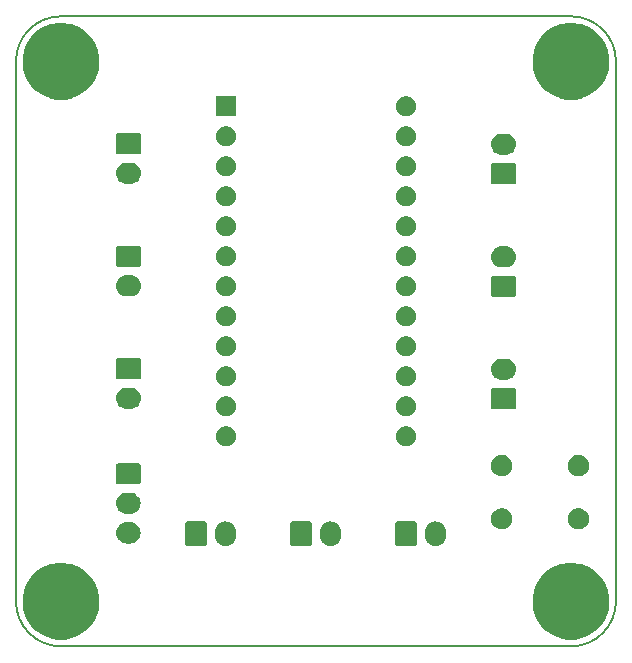
<source format=gbr>
G04 #@! TF.GenerationSoftware,KiCad,Pcbnew,(5.1.5)-3*
G04 #@! TF.CreationDate,2020-06-26T19:45:29+09:00*
G04 #@! TF.ProjectId,sif,7369662e-6b69-4636-9164-5f7063625858,rev?*
G04 #@! TF.SameCoordinates,Original*
G04 #@! TF.FileFunction,Soldermask,Bot*
G04 #@! TF.FilePolarity,Negative*
%FSLAX46Y46*%
G04 Gerber Fmt 4.6, Leading zero omitted, Abs format (unit mm)*
G04 Created by KiCad (PCBNEW (5.1.5)-3) date 2020-06-26 19:45:29*
%MOMM*%
%LPD*%
G04 APERTURE LIST*
%ADD10C,0.150000*%
G04 APERTURE END LIST*
D10*
X12700000Y-16510000D02*
X12700000Y-62230000D01*
X59690000Y-12700000D02*
X16510000Y-12700000D01*
X63500000Y-62230000D02*
X63500000Y-16510000D01*
X16510000Y-66040000D02*
X59690000Y-66040000D01*
X16510000Y-66040000D02*
G75*
G02X12700000Y-62230000I0J3810000D01*
G01*
X63500000Y-62230000D02*
G75*
G02X59690000Y-66040000I-3810000J0D01*
G01*
X59690000Y-12700000D02*
G75*
G02X63500000Y-16510000I0J-3810000D01*
G01*
X12700000Y-16510000D02*
G75*
G02X16510000Y-12700000I3810000J0D01*
G01*
G36*
X60324239Y-59041467D02*
G01*
X60638282Y-59103934D01*
X61229926Y-59349001D01*
X61762392Y-59704784D01*
X62215216Y-60157608D01*
X62570999Y-60690074D01*
X62816066Y-61281718D01*
X62816066Y-61281719D01*
X62941000Y-61909803D01*
X62941000Y-62550197D01*
X62878533Y-62864239D01*
X62816066Y-63178282D01*
X62570999Y-63769926D01*
X62215216Y-64302392D01*
X61762392Y-64755216D01*
X61229926Y-65110999D01*
X60638282Y-65356066D01*
X60324239Y-65418533D01*
X60010197Y-65481000D01*
X59369803Y-65481000D01*
X59055761Y-65418533D01*
X58741718Y-65356066D01*
X58150074Y-65110999D01*
X57617608Y-64755216D01*
X57164784Y-64302392D01*
X56809001Y-63769926D01*
X56563934Y-63178282D01*
X56501467Y-62864239D01*
X56439000Y-62550197D01*
X56439000Y-61909803D01*
X56563934Y-61281719D01*
X56563934Y-61281718D01*
X56809001Y-60690074D01*
X57164784Y-60157608D01*
X57617608Y-59704784D01*
X58150074Y-59349001D01*
X58741718Y-59103934D01*
X59055761Y-59041467D01*
X59369803Y-58979000D01*
X60010197Y-58979000D01*
X60324239Y-59041467D01*
G37*
G36*
X17144239Y-59041467D02*
G01*
X17458282Y-59103934D01*
X18049926Y-59349001D01*
X18582392Y-59704784D01*
X19035216Y-60157608D01*
X19390999Y-60690074D01*
X19636066Y-61281718D01*
X19636066Y-61281719D01*
X19761000Y-61909803D01*
X19761000Y-62550197D01*
X19698533Y-62864239D01*
X19636066Y-63178282D01*
X19390999Y-63769926D01*
X19035216Y-64302392D01*
X18582392Y-64755216D01*
X18049926Y-65110999D01*
X17458282Y-65356066D01*
X17144239Y-65418533D01*
X16830197Y-65481000D01*
X16189803Y-65481000D01*
X15875761Y-65418533D01*
X15561718Y-65356066D01*
X14970074Y-65110999D01*
X14437608Y-64755216D01*
X13984784Y-64302392D01*
X13629001Y-63769926D01*
X13383934Y-63178282D01*
X13321467Y-62864239D01*
X13259000Y-62550197D01*
X13259000Y-61909803D01*
X13383934Y-61281719D01*
X13383934Y-61281718D01*
X13629001Y-60690074D01*
X13984784Y-60157608D01*
X14437608Y-59704784D01*
X14970074Y-59349001D01*
X15561718Y-59103934D01*
X15875761Y-59041467D01*
X16189803Y-58979000D01*
X16830197Y-58979000D01*
X17144239Y-59041467D01*
G37*
G36*
X30616626Y-55477037D02*
G01*
X30786465Y-55528557D01*
X30786467Y-55528558D01*
X30942989Y-55612221D01*
X31080186Y-55724814D01*
X31137633Y-55794815D01*
X31192778Y-55862009D01*
X31276443Y-56018534D01*
X31327963Y-56188373D01*
X31341000Y-56320742D01*
X31341000Y-56709257D01*
X31327963Y-56841626D01*
X31276443Y-57011466D01*
X31192778Y-57167991D01*
X31176539Y-57187778D01*
X31080186Y-57305186D01*
X30985250Y-57383097D01*
X30942991Y-57417778D01*
X30786466Y-57501443D01*
X30616627Y-57552963D01*
X30440000Y-57570359D01*
X30263374Y-57552963D01*
X30093535Y-57501443D01*
X29937010Y-57417778D01*
X29799815Y-57305185D01*
X29687222Y-57167991D01*
X29603557Y-57011466D01*
X29552037Y-56841627D01*
X29539000Y-56709258D01*
X29539000Y-56320743D01*
X29552037Y-56188374D01*
X29603557Y-56018535D01*
X29642941Y-55944853D01*
X29687221Y-55862011D01*
X29799814Y-55724814D01*
X29901271Y-55641552D01*
X29937009Y-55612222D01*
X30093534Y-55528557D01*
X30263373Y-55477037D01*
X30440000Y-55459641D01*
X30616626Y-55477037D01*
G37*
G36*
X39506626Y-55477037D02*
G01*
X39676465Y-55528557D01*
X39676467Y-55528558D01*
X39832989Y-55612221D01*
X39970186Y-55724814D01*
X40027633Y-55794815D01*
X40082778Y-55862009D01*
X40166443Y-56018534D01*
X40217963Y-56188373D01*
X40231000Y-56320742D01*
X40231000Y-56709257D01*
X40217963Y-56841626D01*
X40166443Y-57011466D01*
X40082778Y-57167991D01*
X40066539Y-57187778D01*
X39970186Y-57305186D01*
X39875250Y-57383097D01*
X39832991Y-57417778D01*
X39676466Y-57501443D01*
X39506627Y-57552963D01*
X39330000Y-57570359D01*
X39153374Y-57552963D01*
X38983535Y-57501443D01*
X38827010Y-57417778D01*
X38689815Y-57305185D01*
X38577222Y-57167991D01*
X38493557Y-57011466D01*
X38442037Y-56841627D01*
X38429000Y-56709258D01*
X38429000Y-56320743D01*
X38442037Y-56188374D01*
X38493557Y-56018535D01*
X38532941Y-55944853D01*
X38577221Y-55862011D01*
X38689814Y-55724814D01*
X38791271Y-55641552D01*
X38827009Y-55612222D01*
X38983534Y-55528557D01*
X39153373Y-55477037D01*
X39330000Y-55459641D01*
X39506626Y-55477037D01*
G37*
G36*
X48396626Y-55477037D02*
G01*
X48566465Y-55528557D01*
X48566467Y-55528558D01*
X48722989Y-55612221D01*
X48860186Y-55724814D01*
X48917633Y-55794815D01*
X48972778Y-55862009D01*
X49056443Y-56018534D01*
X49107963Y-56188373D01*
X49121000Y-56320742D01*
X49121000Y-56709257D01*
X49107963Y-56841626D01*
X49056443Y-57011466D01*
X48972778Y-57167991D01*
X48956539Y-57187778D01*
X48860186Y-57305186D01*
X48765250Y-57383097D01*
X48722991Y-57417778D01*
X48566466Y-57501443D01*
X48396627Y-57552963D01*
X48220000Y-57570359D01*
X48043374Y-57552963D01*
X47873535Y-57501443D01*
X47717010Y-57417778D01*
X47579815Y-57305185D01*
X47467222Y-57167991D01*
X47383557Y-57011466D01*
X47332037Y-56841627D01*
X47319000Y-56709258D01*
X47319000Y-56320743D01*
X47332037Y-56188374D01*
X47383557Y-56018535D01*
X47422941Y-55944853D01*
X47467221Y-55862011D01*
X47579814Y-55724814D01*
X47681271Y-55641552D01*
X47717009Y-55612222D01*
X47873534Y-55528557D01*
X48043373Y-55477037D01*
X48220000Y-55459641D01*
X48396626Y-55477037D01*
G37*
G36*
X46478600Y-55467989D02*
G01*
X46511652Y-55478015D01*
X46542103Y-55494292D01*
X46568799Y-55516201D01*
X46590708Y-55542897D01*
X46606985Y-55573348D01*
X46617011Y-55606400D01*
X46621000Y-55646903D01*
X46621000Y-57383097D01*
X46617011Y-57423600D01*
X46606985Y-57456652D01*
X46590708Y-57487103D01*
X46568799Y-57513799D01*
X46542103Y-57535708D01*
X46511652Y-57551985D01*
X46478600Y-57562011D01*
X46438097Y-57566000D01*
X45001903Y-57566000D01*
X44961400Y-57562011D01*
X44928348Y-57551985D01*
X44897897Y-57535708D01*
X44871201Y-57513799D01*
X44849292Y-57487103D01*
X44833015Y-57456652D01*
X44822989Y-57423600D01*
X44819000Y-57383097D01*
X44819000Y-55646903D01*
X44822989Y-55606400D01*
X44833015Y-55573348D01*
X44849292Y-55542897D01*
X44871201Y-55516201D01*
X44897897Y-55494292D01*
X44928348Y-55478015D01*
X44961400Y-55467989D01*
X45001903Y-55464000D01*
X46438097Y-55464000D01*
X46478600Y-55467989D01*
G37*
G36*
X28698600Y-55467989D02*
G01*
X28731652Y-55478015D01*
X28762103Y-55494292D01*
X28788799Y-55516201D01*
X28810708Y-55542897D01*
X28826985Y-55573348D01*
X28837011Y-55606400D01*
X28841000Y-55646903D01*
X28841000Y-57383097D01*
X28837011Y-57423600D01*
X28826985Y-57456652D01*
X28810708Y-57487103D01*
X28788799Y-57513799D01*
X28762103Y-57535708D01*
X28731652Y-57551985D01*
X28698600Y-57562011D01*
X28658097Y-57566000D01*
X27221903Y-57566000D01*
X27181400Y-57562011D01*
X27148348Y-57551985D01*
X27117897Y-57535708D01*
X27091201Y-57513799D01*
X27069292Y-57487103D01*
X27053015Y-57456652D01*
X27042989Y-57423600D01*
X27039000Y-57383097D01*
X27039000Y-55646903D01*
X27042989Y-55606400D01*
X27053015Y-55573348D01*
X27069292Y-55542897D01*
X27091201Y-55516201D01*
X27117897Y-55494292D01*
X27148348Y-55478015D01*
X27181400Y-55467989D01*
X27221903Y-55464000D01*
X28658097Y-55464000D01*
X28698600Y-55467989D01*
G37*
G36*
X37588600Y-55467989D02*
G01*
X37621652Y-55478015D01*
X37652103Y-55494292D01*
X37678799Y-55516201D01*
X37700708Y-55542897D01*
X37716985Y-55573348D01*
X37727011Y-55606400D01*
X37731000Y-55646903D01*
X37731000Y-57383097D01*
X37727011Y-57423600D01*
X37716985Y-57456652D01*
X37700708Y-57487103D01*
X37678799Y-57513799D01*
X37652103Y-57535708D01*
X37621652Y-57551985D01*
X37588600Y-57562011D01*
X37548097Y-57566000D01*
X36111903Y-57566000D01*
X36071400Y-57562011D01*
X36038348Y-57551985D01*
X36007897Y-57535708D01*
X35981201Y-57513799D01*
X35959292Y-57487103D01*
X35943015Y-57456652D01*
X35932989Y-57423600D01*
X35929000Y-57383097D01*
X35929000Y-55646903D01*
X35932989Y-55606400D01*
X35943015Y-55573348D01*
X35959292Y-55542897D01*
X35981201Y-55516201D01*
X36007897Y-55494292D01*
X36038348Y-55478015D01*
X36071400Y-55467989D01*
X36111903Y-55464000D01*
X37548097Y-55464000D01*
X37588600Y-55467989D01*
G37*
G36*
X22460443Y-55540519D02*
G01*
X22526627Y-55547037D01*
X22696466Y-55598557D01*
X22852991Y-55682222D01*
X22888729Y-55711552D01*
X22990186Y-55794814D01*
X23045332Y-55862011D01*
X23102778Y-55932009D01*
X23186443Y-56088534D01*
X23237963Y-56258373D01*
X23255359Y-56435000D01*
X23237963Y-56611627D01*
X23186443Y-56781466D01*
X23102778Y-56937991D01*
X23073448Y-56973729D01*
X22990186Y-57075186D01*
X22888729Y-57158448D01*
X22852991Y-57187778D01*
X22696466Y-57271443D01*
X22526627Y-57322963D01*
X22460443Y-57329481D01*
X22394260Y-57336000D01*
X22055740Y-57336000D01*
X21989557Y-57329481D01*
X21923373Y-57322963D01*
X21753534Y-57271443D01*
X21597009Y-57187778D01*
X21561271Y-57158448D01*
X21459814Y-57075186D01*
X21376552Y-56973729D01*
X21347222Y-56937991D01*
X21263557Y-56781466D01*
X21212037Y-56611627D01*
X21194641Y-56435000D01*
X21212037Y-56258373D01*
X21263557Y-56088534D01*
X21347222Y-55932009D01*
X21404668Y-55862011D01*
X21459814Y-55794814D01*
X21561271Y-55711552D01*
X21597009Y-55682222D01*
X21753534Y-55598557D01*
X21923373Y-55547037D01*
X21989557Y-55540519D01*
X22055740Y-55534000D01*
X22394260Y-55534000D01*
X22460443Y-55540519D01*
G37*
G36*
X60438512Y-54348927D02*
G01*
X60587812Y-54378624D01*
X60751784Y-54446544D01*
X60899354Y-54545147D01*
X61024853Y-54670646D01*
X61123456Y-54818216D01*
X61191376Y-54982188D01*
X61226000Y-55156259D01*
X61226000Y-55333741D01*
X61191376Y-55507812D01*
X61123456Y-55671784D01*
X61024853Y-55819354D01*
X60899354Y-55944853D01*
X60751784Y-56043456D01*
X60587812Y-56111376D01*
X60438512Y-56141073D01*
X60413742Y-56146000D01*
X60236258Y-56146000D01*
X60211488Y-56141073D01*
X60062188Y-56111376D01*
X59898216Y-56043456D01*
X59750646Y-55944853D01*
X59625147Y-55819354D01*
X59526544Y-55671784D01*
X59458624Y-55507812D01*
X59424000Y-55333741D01*
X59424000Y-55156259D01*
X59458624Y-54982188D01*
X59526544Y-54818216D01*
X59625147Y-54670646D01*
X59750646Y-54545147D01*
X59898216Y-54446544D01*
X60062188Y-54378624D01*
X60211488Y-54348927D01*
X60236258Y-54344000D01*
X60413742Y-54344000D01*
X60438512Y-54348927D01*
G37*
G36*
X53938512Y-54348927D02*
G01*
X54087812Y-54378624D01*
X54251784Y-54446544D01*
X54399354Y-54545147D01*
X54524853Y-54670646D01*
X54623456Y-54818216D01*
X54691376Y-54982188D01*
X54726000Y-55156259D01*
X54726000Y-55333741D01*
X54691376Y-55507812D01*
X54623456Y-55671784D01*
X54524853Y-55819354D01*
X54399354Y-55944853D01*
X54251784Y-56043456D01*
X54087812Y-56111376D01*
X53938512Y-56141073D01*
X53913742Y-56146000D01*
X53736258Y-56146000D01*
X53711488Y-56141073D01*
X53562188Y-56111376D01*
X53398216Y-56043456D01*
X53250646Y-55944853D01*
X53125147Y-55819354D01*
X53026544Y-55671784D01*
X52958624Y-55507812D01*
X52924000Y-55333741D01*
X52924000Y-55156259D01*
X52958624Y-54982188D01*
X53026544Y-54818216D01*
X53125147Y-54670646D01*
X53250646Y-54545147D01*
X53398216Y-54446544D01*
X53562188Y-54378624D01*
X53711488Y-54348927D01*
X53736258Y-54344000D01*
X53913742Y-54344000D01*
X53938512Y-54348927D01*
G37*
G36*
X22460442Y-53040518D02*
G01*
X22526627Y-53047037D01*
X22696466Y-53098557D01*
X22852991Y-53182222D01*
X22888729Y-53211552D01*
X22990186Y-53294814D01*
X23073448Y-53396271D01*
X23102778Y-53432009D01*
X23186443Y-53588534D01*
X23237963Y-53758373D01*
X23255359Y-53935000D01*
X23237963Y-54111627D01*
X23186443Y-54281466D01*
X23102778Y-54437991D01*
X23073448Y-54473729D01*
X22990186Y-54575186D01*
X22888729Y-54658448D01*
X22852991Y-54687778D01*
X22696466Y-54771443D01*
X22526627Y-54822963D01*
X22460442Y-54829482D01*
X22394260Y-54836000D01*
X22055740Y-54836000D01*
X21989558Y-54829482D01*
X21923373Y-54822963D01*
X21753534Y-54771443D01*
X21597009Y-54687778D01*
X21561271Y-54658448D01*
X21459814Y-54575186D01*
X21376552Y-54473729D01*
X21347222Y-54437991D01*
X21263557Y-54281466D01*
X21212037Y-54111627D01*
X21194641Y-53935000D01*
X21212037Y-53758373D01*
X21263557Y-53588534D01*
X21347222Y-53432009D01*
X21376552Y-53396271D01*
X21459814Y-53294814D01*
X21561271Y-53211552D01*
X21597009Y-53182222D01*
X21753534Y-53098557D01*
X21923373Y-53047037D01*
X21989558Y-53040518D01*
X22055740Y-53034000D01*
X22394260Y-53034000D01*
X22460442Y-53040518D01*
G37*
G36*
X23108600Y-50537989D02*
G01*
X23141652Y-50548015D01*
X23172103Y-50564292D01*
X23198799Y-50586201D01*
X23220708Y-50612897D01*
X23236985Y-50643348D01*
X23247011Y-50676400D01*
X23251000Y-50716903D01*
X23251000Y-52153097D01*
X23247011Y-52193600D01*
X23236985Y-52226652D01*
X23220708Y-52257103D01*
X23198799Y-52283799D01*
X23172103Y-52305708D01*
X23141652Y-52321985D01*
X23108600Y-52332011D01*
X23068097Y-52336000D01*
X21381903Y-52336000D01*
X21341400Y-52332011D01*
X21308348Y-52321985D01*
X21277897Y-52305708D01*
X21251201Y-52283799D01*
X21229292Y-52257103D01*
X21213015Y-52226652D01*
X21202989Y-52193600D01*
X21199000Y-52153097D01*
X21199000Y-50716903D01*
X21202989Y-50676400D01*
X21213015Y-50643348D01*
X21229292Y-50612897D01*
X21251201Y-50586201D01*
X21277897Y-50564292D01*
X21308348Y-50548015D01*
X21341400Y-50537989D01*
X21381903Y-50534000D01*
X23068097Y-50534000D01*
X23108600Y-50537989D01*
G37*
G36*
X60438512Y-49848927D02*
G01*
X60587812Y-49878624D01*
X60751784Y-49946544D01*
X60899354Y-50045147D01*
X61024853Y-50170646D01*
X61123456Y-50318216D01*
X61191376Y-50482188D01*
X61226000Y-50656259D01*
X61226000Y-50833741D01*
X61191376Y-51007812D01*
X61123456Y-51171784D01*
X61024853Y-51319354D01*
X60899354Y-51444853D01*
X60751784Y-51543456D01*
X60587812Y-51611376D01*
X60438512Y-51641073D01*
X60413742Y-51646000D01*
X60236258Y-51646000D01*
X60211488Y-51641073D01*
X60062188Y-51611376D01*
X59898216Y-51543456D01*
X59750646Y-51444853D01*
X59625147Y-51319354D01*
X59526544Y-51171784D01*
X59458624Y-51007812D01*
X59424000Y-50833741D01*
X59424000Y-50656259D01*
X59458624Y-50482188D01*
X59526544Y-50318216D01*
X59625147Y-50170646D01*
X59750646Y-50045147D01*
X59898216Y-49946544D01*
X60062188Y-49878624D01*
X60211488Y-49848927D01*
X60236258Y-49844000D01*
X60413742Y-49844000D01*
X60438512Y-49848927D01*
G37*
G36*
X53938512Y-49848927D02*
G01*
X54087812Y-49878624D01*
X54251784Y-49946544D01*
X54399354Y-50045147D01*
X54524853Y-50170646D01*
X54623456Y-50318216D01*
X54691376Y-50482188D01*
X54726000Y-50656259D01*
X54726000Y-50833741D01*
X54691376Y-51007812D01*
X54623456Y-51171784D01*
X54524853Y-51319354D01*
X54399354Y-51444853D01*
X54251784Y-51543456D01*
X54087812Y-51611376D01*
X53938512Y-51641073D01*
X53913742Y-51646000D01*
X53736258Y-51646000D01*
X53711488Y-51641073D01*
X53562188Y-51611376D01*
X53398216Y-51543456D01*
X53250646Y-51444853D01*
X53125147Y-51319354D01*
X53026544Y-51171784D01*
X52958624Y-51007812D01*
X52924000Y-50833741D01*
X52924000Y-50656259D01*
X52958624Y-50482188D01*
X53026544Y-50318216D01*
X53125147Y-50170646D01*
X53250646Y-50045147D01*
X53398216Y-49946544D01*
X53562188Y-49878624D01*
X53711488Y-49848927D01*
X53736258Y-49844000D01*
X53913742Y-49844000D01*
X53938512Y-49848927D01*
G37*
G36*
X45968228Y-47441703D02*
G01*
X46123100Y-47505853D01*
X46262481Y-47598985D01*
X46381015Y-47717519D01*
X46474147Y-47856900D01*
X46538297Y-48011772D01*
X46571000Y-48176184D01*
X46571000Y-48343816D01*
X46538297Y-48508228D01*
X46474147Y-48663100D01*
X46381015Y-48802481D01*
X46262481Y-48921015D01*
X46123100Y-49014147D01*
X45968228Y-49078297D01*
X45803816Y-49111000D01*
X45636184Y-49111000D01*
X45471772Y-49078297D01*
X45316900Y-49014147D01*
X45177519Y-48921015D01*
X45058985Y-48802481D01*
X44965853Y-48663100D01*
X44901703Y-48508228D01*
X44869000Y-48343816D01*
X44869000Y-48176184D01*
X44901703Y-48011772D01*
X44965853Y-47856900D01*
X45058985Y-47717519D01*
X45177519Y-47598985D01*
X45316900Y-47505853D01*
X45471772Y-47441703D01*
X45636184Y-47409000D01*
X45803816Y-47409000D01*
X45968228Y-47441703D01*
G37*
G36*
X30728228Y-47441703D02*
G01*
X30883100Y-47505853D01*
X31022481Y-47598985D01*
X31141015Y-47717519D01*
X31234147Y-47856900D01*
X31298297Y-48011772D01*
X31331000Y-48176184D01*
X31331000Y-48343816D01*
X31298297Y-48508228D01*
X31234147Y-48663100D01*
X31141015Y-48802481D01*
X31022481Y-48921015D01*
X30883100Y-49014147D01*
X30728228Y-49078297D01*
X30563816Y-49111000D01*
X30396184Y-49111000D01*
X30231772Y-49078297D01*
X30076900Y-49014147D01*
X29937519Y-48921015D01*
X29818985Y-48802481D01*
X29725853Y-48663100D01*
X29661703Y-48508228D01*
X29629000Y-48343816D01*
X29629000Y-48176184D01*
X29661703Y-48011772D01*
X29725853Y-47856900D01*
X29818985Y-47717519D01*
X29937519Y-47598985D01*
X30076900Y-47505853D01*
X30231772Y-47441703D01*
X30396184Y-47409000D01*
X30563816Y-47409000D01*
X30728228Y-47441703D01*
G37*
G36*
X30728228Y-44901703D02*
G01*
X30883100Y-44965853D01*
X31022481Y-45058985D01*
X31141015Y-45177519D01*
X31234147Y-45316900D01*
X31298297Y-45471772D01*
X31331000Y-45636184D01*
X31331000Y-45803816D01*
X31298297Y-45968228D01*
X31234147Y-46123100D01*
X31141015Y-46262481D01*
X31022481Y-46381015D01*
X30883100Y-46474147D01*
X30728228Y-46538297D01*
X30563816Y-46571000D01*
X30396184Y-46571000D01*
X30231772Y-46538297D01*
X30076900Y-46474147D01*
X29937519Y-46381015D01*
X29818985Y-46262481D01*
X29725853Y-46123100D01*
X29661703Y-45968228D01*
X29629000Y-45803816D01*
X29629000Y-45636184D01*
X29661703Y-45471772D01*
X29725853Y-45316900D01*
X29818985Y-45177519D01*
X29937519Y-45058985D01*
X30076900Y-44965853D01*
X30231772Y-44901703D01*
X30396184Y-44869000D01*
X30563816Y-44869000D01*
X30728228Y-44901703D01*
G37*
G36*
X45968228Y-44901703D02*
G01*
X46123100Y-44965853D01*
X46262481Y-45058985D01*
X46381015Y-45177519D01*
X46474147Y-45316900D01*
X46538297Y-45471772D01*
X46571000Y-45636184D01*
X46571000Y-45803816D01*
X46538297Y-45968228D01*
X46474147Y-46123100D01*
X46381015Y-46262481D01*
X46262481Y-46381015D01*
X46123100Y-46474147D01*
X45968228Y-46538297D01*
X45803816Y-46571000D01*
X45636184Y-46571000D01*
X45471772Y-46538297D01*
X45316900Y-46474147D01*
X45177519Y-46381015D01*
X45058985Y-46262481D01*
X44965853Y-46123100D01*
X44901703Y-45968228D01*
X44869000Y-45803816D01*
X44869000Y-45636184D01*
X44901703Y-45471772D01*
X44965853Y-45316900D01*
X45058985Y-45177519D01*
X45177519Y-45058985D01*
X45316900Y-44965853D01*
X45471772Y-44901703D01*
X45636184Y-44869000D01*
X45803816Y-44869000D01*
X45968228Y-44901703D01*
G37*
G36*
X54883600Y-44187989D02*
G01*
X54916652Y-44198015D01*
X54947103Y-44214292D01*
X54973799Y-44236201D01*
X54995708Y-44262897D01*
X55011985Y-44293348D01*
X55022011Y-44326400D01*
X55026000Y-44366903D01*
X55026000Y-45803097D01*
X55022011Y-45843600D01*
X55011985Y-45876652D01*
X54995708Y-45907103D01*
X54973799Y-45933799D01*
X54947103Y-45955708D01*
X54916652Y-45971985D01*
X54883600Y-45982011D01*
X54843097Y-45986000D01*
X53106903Y-45986000D01*
X53066400Y-45982011D01*
X53033348Y-45971985D01*
X53002897Y-45955708D01*
X52976201Y-45933799D01*
X52954292Y-45907103D01*
X52938015Y-45876652D01*
X52927989Y-45843600D01*
X52924000Y-45803097D01*
X52924000Y-44366903D01*
X52927989Y-44326400D01*
X52938015Y-44293348D01*
X52954292Y-44262897D01*
X52976201Y-44236201D01*
X53002897Y-44214292D01*
X53033348Y-44198015D01*
X53066400Y-44187989D01*
X53106903Y-44184000D01*
X54843097Y-44184000D01*
X54883600Y-44187989D01*
G37*
G36*
X22485443Y-44150519D02*
G01*
X22551627Y-44157037D01*
X22721466Y-44208557D01*
X22877991Y-44292222D01*
X22889630Y-44301774D01*
X23015186Y-44404814D01*
X23098448Y-44506271D01*
X23127778Y-44542009D01*
X23211443Y-44698534D01*
X23262963Y-44868373D01*
X23280359Y-45045000D01*
X23262963Y-45221627D01*
X23211443Y-45391466D01*
X23127778Y-45547991D01*
X23098448Y-45583729D01*
X23015186Y-45685186D01*
X22913729Y-45768448D01*
X22877991Y-45797778D01*
X22721466Y-45881443D01*
X22551627Y-45932963D01*
X22485442Y-45939482D01*
X22419260Y-45946000D01*
X22030740Y-45946000D01*
X21964558Y-45939482D01*
X21898373Y-45932963D01*
X21728534Y-45881443D01*
X21572009Y-45797778D01*
X21536271Y-45768448D01*
X21434814Y-45685186D01*
X21351552Y-45583729D01*
X21322222Y-45547991D01*
X21238557Y-45391466D01*
X21187037Y-45221627D01*
X21169641Y-45045000D01*
X21187037Y-44868373D01*
X21238557Y-44698534D01*
X21322222Y-44542009D01*
X21351552Y-44506271D01*
X21434814Y-44404814D01*
X21560370Y-44301774D01*
X21572009Y-44292222D01*
X21728534Y-44208557D01*
X21898373Y-44157037D01*
X21964557Y-44150519D01*
X22030740Y-44144000D01*
X22419260Y-44144000D01*
X22485443Y-44150519D01*
G37*
G36*
X30728228Y-42361703D02*
G01*
X30883100Y-42425853D01*
X31022481Y-42518985D01*
X31141015Y-42637519D01*
X31234147Y-42776900D01*
X31298297Y-42931772D01*
X31331000Y-43096184D01*
X31331000Y-43263816D01*
X31298297Y-43428228D01*
X31234147Y-43583100D01*
X31141015Y-43722481D01*
X31022481Y-43841015D01*
X30883100Y-43934147D01*
X30728228Y-43998297D01*
X30563816Y-44031000D01*
X30396184Y-44031000D01*
X30231772Y-43998297D01*
X30076900Y-43934147D01*
X29937519Y-43841015D01*
X29818985Y-43722481D01*
X29725853Y-43583100D01*
X29661703Y-43428228D01*
X29629000Y-43263816D01*
X29629000Y-43096184D01*
X29661703Y-42931772D01*
X29725853Y-42776900D01*
X29818985Y-42637519D01*
X29937519Y-42518985D01*
X30076900Y-42425853D01*
X30231772Y-42361703D01*
X30396184Y-42329000D01*
X30563816Y-42329000D01*
X30728228Y-42361703D01*
G37*
G36*
X45968228Y-42361703D02*
G01*
X46123100Y-42425853D01*
X46262481Y-42518985D01*
X46381015Y-42637519D01*
X46474147Y-42776900D01*
X46538297Y-42931772D01*
X46571000Y-43096184D01*
X46571000Y-43263816D01*
X46538297Y-43428228D01*
X46474147Y-43583100D01*
X46381015Y-43722481D01*
X46262481Y-43841015D01*
X46123100Y-43934147D01*
X45968228Y-43998297D01*
X45803816Y-44031000D01*
X45636184Y-44031000D01*
X45471772Y-43998297D01*
X45316900Y-43934147D01*
X45177519Y-43841015D01*
X45058985Y-43722481D01*
X44965853Y-43583100D01*
X44901703Y-43428228D01*
X44869000Y-43263816D01*
X44869000Y-43096184D01*
X44901703Y-42931772D01*
X44965853Y-42776900D01*
X45058985Y-42637519D01*
X45177519Y-42518985D01*
X45316900Y-42425853D01*
X45471772Y-42361703D01*
X45636184Y-42329000D01*
X45803816Y-42329000D01*
X45968228Y-42361703D01*
G37*
G36*
X54216583Y-41688661D02*
G01*
X54301627Y-41697037D01*
X54471466Y-41748557D01*
X54627991Y-41832222D01*
X54658550Y-41857301D01*
X54765186Y-41944814D01*
X54848448Y-42046271D01*
X54877778Y-42082009D01*
X54961443Y-42238534D01*
X55012963Y-42408373D01*
X55030359Y-42585000D01*
X55012963Y-42761627D01*
X54961443Y-42931466D01*
X54961442Y-42931468D01*
X54919610Y-43009729D01*
X54877778Y-43087991D01*
X54871054Y-43096184D01*
X54765186Y-43225186D01*
X54669637Y-43303600D01*
X54627991Y-43337778D01*
X54471466Y-43421443D01*
X54301627Y-43472963D01*
X54235442Y-43479482D01*
X54169260Y-43486000D01*
X53780740Y-43486000D01*
X53714558Y-43479482D01*
X53648373Y-43472963D01*
X53478534Y-43421443D01*
X53322009Y-43337778D01*
X53280363Y-43303600D01*
X53184814Y-43225186D01*
X53078946Y-43096184D01*
X53072222Y-43087991D01*
X53030390Y-43009729D01*
X52988558Y-42931468D01*
X52988557Y-42931466D01*
X52937037Y-42761627D01*
X52919641Y-42585000D01*
X52937037Y-42408373D01*
X52988557Y-42238534D01*
X53072222Y-42082009D01*
X53101552Y-42046271D01*
X53184814Y-41944814D01*
X53291450Y-41857301D01*
X53322009Y-41832222D01*
X53478534Y-41748557D01*
X53648373Y-41697037D01*
X53733417Y-41688661D01*
X53780740Y-41684000D01*
X54169260Y-41684000D01*
X54216583Y-41688661D01*
G37*
G36*
X23133600Y-41647989D02*
G01*
X23166652Y-41658015D01*
X23197103Y-41674292D01*
X23223799Y-41696201D01*
X23245708Y-41722897D01*
X23261985Y-41753348D01*
X23272011Y-41786400D01*
X23276000Y-41826903D01*
X23276000Y-43263097D01*
X23272011Y-43303600D01*
X23261985Y-43336652D01*
X23245708Y-43367103D01*
X23223799Y-43393799D01*
X23197103Y-43415708D01*
X23166652Y-43431985D01*
X23133600Y-43442011D01*
X23093097Y-43446000D01*
X21356903Y-43446000D01*
X21316400Y-43442011D01*
X21283348Y-43431985D01*
X21252897Y-43415708D01*
X21226201Y-43393799D01*
X21204292Y-43367103D01*
X21188015Y-43336652D01*
X21177989Y-43303600D01*
X21174000Y-43263097D01*
X21174000Y-41826903D01*
X21177989Y-41786400D01*
X21188015Y-41753348D01*
X21204292Y-41722897D01*
X21226201Y-41696201D01*
X21252897Y-41674292D01*
X21283348Y-41658015D01*
X21316400Y-41647989D01*
X21356903Y-41644000D01*
X23093097Y-41644000D01*
X23133600Y-41647989D01*
G37*
G36*
X45968228Y-39821703D02*
G01*
X46123100Y-39885853D01*
X46262481Y-39978985D01*
X46381015Y-40097519D01*
X46474147Y-40236900D01*
X46538297Y-40391772D01*
X46571000Y-40556184D01*
X46571000Y-40723816D01*
X46538297Y-40888228D01*
X46474147Y-41043100D01*
X46381015Y-41182481D01*
X46262481Y-41301015D01*
X46123100Y-41394147D01*
X45968228Y-41458297D01*
X45803816Y-41491000D01*
X45636184Y-41491000D01*
X45471772Y-41458297D01*
X45316900Y-41394147D01*
X45177519Y-41301015D01*
X45058985Y-41182481D01*
X44965853Y-41043100D01*
X44901703Y-40888228D01*
X44869000Y-40723816D01*
X44869000Y-40556184D01*
X44901703Y-40391772D01*
X44965853Y-40236900D01*
X45058985Y-40097519D01*
X45177519Y-39978985D01*
X45316900Y-39885853D01*
X45471772Y-39821703D01*
X45636184Y-39789000D01*
X45803816Y-39789000D01*
X45968228Y-39821703D01*
G37*
G36*
X30728228Y-39821703D02*
G01*
X30883100Y-39885853D01*
X31022481Y-39978985D01*
X31141015Y-40097519D01*
X31234147Y-40236900D01*
X31298297Y-40391772D01*
X31331000Y-40556184D01*
X31331000Y-40723816D01*
X31298297Y-40888228D01*
X31234147Y-41043100D01*
X31141015Y-41182481D01*
X31022481Y-41301015D01*
X30883100Y-41394147D01*
X30728228Y-41458297D01*
X30563816Y-41491000D01*
X30396184Y-41491000D01*
X30231772Y-41458297D01*
X30076900Y-41394147D01*
X29937519Y-41301015D01*
X29818985Y-41182481D01*
X29725853Y-41043100D01*
X29661703Y-40888228D01*
X29629000Y-40723816D01*
X29629000Y-40556184D01*
X29661703Y-40391772D01*
X29725853Y-40236900D01*
X29818985Y-40097519D01*
X29937519Y-39978985D01*
X30076900Y-39885853D01*
X30231772Y-39821703D01*
X30396184Y-39789000D01*
X30563816Y-39789000D01*
X30728228Y-39821703D01*
G37*
G36*
X45968228Y-37281703D02*
G01*
X46123100Y-37345853D01*
X46262481Y-37438985D01*
X46381015Y-37557519D01*
X46474147Y-37696900D01*
X46538297Y-37851772D01*
X46571000Y-38016184D01*
X46571000Y-38183816D01*
X46538297Y-38348228D01*
X46474147Y-38503100D01*
X46381015Y-38642481D01*
X46262481Y-38761015D01*
X46123100Y-38854147D01*
X45968228Y-38918297D01*
X45803816Y-38951000D01*
X45636184Y-38951000D01*
X45471772Y-38918297D01*
X45316900Y-38854147D01*
X45177519Y-38761015D01*
X45058985Y-38642481D01*
X44965853Y-38503100D01*
X44901703Y-38348228D01*
X44869000Y-38183816D01*
X44869000Y-38016184D01*
X44901703Y-37851772D01*
X44965853Y-37696900D01*
X45058985Y-37557519D01*
X45177519Y-37438985D01*
X45316900Y-37345853D01*
X45471772Y-37281703D01*
X45636184Y-37249000D01*
X45803816Y-37249000D01*
X45968228Y-37281703D01*
G37*
G36*
X30728228Y-37281703D02*
G01*
X30883100Y-37345853D01*
X31022481Y-37438985D01*
X31141015Y-37557519D01*
X31234147Y-37696900D01*
X31298297Y-37851772D01*
X31331000Y-38016184D01*
X31331000Y-38183816D01*
X31298297Y-38348228D01*
X31234147Y-38503100D01*
X31141015Y-38642481D01*
X31022481Y-38761015D01*
X30883100Y-38854147D01*
X30728228Y-38918297D01*
X30563816Y-38951000D01*
X30396184Y-38951000D01*
X30231772Y-38918297D01*
X30076900Y-38854147D01*
X29937519Y-38761015D01*
X29818985Y-38642481D01*
X29725853Y-38503100D01*
X29661703Y-38348228D01*
X29629000Y-38183816D01*
X29629000Y-38016184D01*
X29661703Y-37851772D01*
X29725853Y-37696900D01*
X29818985Y-37557519D01*
X29937519Y-37438985D01*
X30076900Y-37345853D01*
X30231772Y-37281703D01*
X30396184Y-37249000D01*
X30563816Y-37249000D01*
X30728228Y-37281703D01*
G37*
G36*
X54883600Y-34662989D02*
G01*
X54916652Y-34673015D01*
X54947103Y-34689292D01*
X54973799Y-34711201D01*
X54995708Y-34737897D01*
X55011985Y-34768348D01*
X55022011Y-34801400D01*
X55026000Y-34841903D01*
X55026000Y-36278097D01*
X55022011Y-36318600D01*
X55011985Y-36351652D01*
X54995708Y-36382103D01*
X54973799Y-36408799D01*
X54947103Y-36430708D01*
X54916652Y-36446985D01*
X54883600Y-36457011D01*
X54843097Y-36461000D01*
X53106903Y-36461000D01*
X53066400Y-36457011D01*
X53033348Y-36446985D01*
X53002897Y-36430708D01*
X52976201Y-36408799D01*
X52954292Y-36382103D01*
X52938015Y-36351652D01*
X52927989Y-36318600D01*
X52924000Y-36278097D01*
X52924000Y-34841903D01*
X52927989Y-34801400D01*
X52938015Y-34768348D01*
X52954292Y-34737897D01*
X52976201Y-34711201D01*
X53002897Y-34689292D01*
X53033348Y-34673015D01*
X53066400Y-34662989D01*
X53106903Y-34659000D01*
X54843097Y-34659000D01*
X54883600Y-34662989D01*
G37*
G36*
X22485442Y-34625518D02*
G01*
X22551627Y-34632037D01*
X22721466Y-34683557D01*
X22877991Y-34767222D01*
X22889630Y-34776774D01*
X23015186Y-34879814D01*
X23098448Y-34981271D01*
X23127778Y-35017009D01*
X23127779Y-35017011D01*
X23202554Y-35156903D01*
X23211443Y-35173534D01*
X23262963Y-35343373D01*
X23280359Y-35520000D01*
X23262963Y-35696627D01*
X23211443Y-35866466D01*
X23127778Y-36022991D01*
X23098448Y-36058729D01*
X23015186Y-36160186D01*
X22913729Y-36243448D01*
X22877991Y-36272778D01*
X22721466Y-36356443D01*
X22551627Y-36407963D01*
X22485442Y-36414482D01*
X22419260Y-36421000D01*
X22030740Y-36421000D01*
X21964558Y-36414482D01*
X21898373Y-36407963D01*
X21728534Y-36356443D01*
X21572009Y-36272778D01*
X21536271Y-36243448D01*
X21434814Y-36160186D01*
X21351552Y-36058729D01*
X21322222Y-36022991D01*
X21238557Y-35866466D01*
X21187037Y-35696627D01*
X21169641Y-35520000D01*
X21187037Y-35343373D01*
X21238557Y-35173534D01*
X21247447Y-35156903D01*
X21322221Y-35017011D01*
X21322222Y-35017009D01*
X21351552Y-34981271D01*
X21434814Y-34879814D01*
X21560370Y-34776774D01*
X21572009Y-34767222D01*
X21728534Y-34683557D01*
X21898373Y-34632037D01*
X21964558Y-34625518D01*
X22030740Y-34619000D01*
X22419260Y-34619000D01*
X22485442Y-34625518D01*
G37*
G36*
X30728228Y-34741703D02*
G01*
X30883100Y-34805853D01*
X31022481Y-34898985D01*
X31141015Y-35017519D01*
X31234147Y-35156900D01*
X31298297Y-35311772D01*
X31331000Y-35476184D01*
X31331000Y-35643816D01*
X31298297Y-35808228D01*
X31234147Y-35963100D01*
X31141015Y-36102481D01*
X31022481Y-36221015D01*
X30883100Y-36314147D01*
X30728228Y-36378297D01*
X30563816Y-36411000D01*
X30396184Y-36411000D01*
X30231772Y-36378297D01*
X30076900Y-36314147D01*
X29937519Y-36221015D01*
X29818985Y-36102481D01*
X29725853Y-35963100D01*
X29661703Y-35808228D01*
X29629000Y-35643816D01*
X29629000Y-35476184D01*
X29661703Y-35311772D01*
X29725853Y-35156900D01*
X29818985Y-35017519D01*
X29937519Y-34898985D01*
X30076900Y-34805853D01*
X30231772Y-34741703D01*
X30396184Y-34709000D01*
X30563816Y-34709000D01*
X30728228Y-34741703D01*
G37*
G36*
X45968228Y-34741703D02*
G01*
X46123100Y-34805853D01*
X46262481Y-34898985D01*
X46381015Y-35017519D01*
X46474147Y-35156900D01*
X46538297Y-35311772D01*
X46571000Y-35476184D01*
X46571000Y-35643816D01*
X46538297Y-35808228D01*
X46474147Y-35963100D01*
X46381015Y-36102481D01*
X46262481Y-36221015D01*
X46123100Y-36314147D01*
X45968228Y-36378297D01*
X45803816Y-36411000D01*
X45636184Y-36411000D01*
X45471772Y-36378297D01*
X45316900Y-36314147D01*
X45177519Y-36221015D01*
X45058985Y-36102481D01*
X44965853Y-35963100D01*
X44901703Y-35808228D01*
X44869000Y-35643816D01*
X44869000Y-35476184D01*
X44901703Y-35311772D01*
X44965853Y-35156900D01*
X45058985Y-35017519D01*
X45177519Y-34898985D01*
X45316900Y-34805853D01*
X45471772Y-34741703D01*
X45636184Y-34709000D01*
X45803816Y-34709000D01*
X45968228Y-34741703D01*
G37*
G36*
X54216583Y-32163661D02*
G01*
X54301627Y-32172037D01*
X54471466Y-32223557D01*
X54627991Y-32307222D01*
X54658550Y-32332301D01*
X54765186Y-32419814D01*
X54812543Y-32477520D01*
X54877778Y-32557009D01*
X54961443Y-32713534D01*
X55012963Y-32883373D01*
X55030359Y-33060000D01*
X55012963Y-33236627D01*
X54961443Y-33406466D01*
X54961442Y-33406468D01*
X54952552Y-33423100D01*
X54877778Y-33562991D01*
X54848448Y-33598729D01*
X54765186Y-33700186D01*
X54669637Y-33778600D01*
X54627991Y-33812778D01*
X54471466Y-33896443D01*
X54301627Y-33947963D01*
X54235442Y-33954482D01*
X54169260Y-33961000D01*
X53780740Y-33961000D01*
X53714558Y-33954482D01*
X53648373Y-33947963D01*
X53478534Y-33896443D01*
X53322009Y-33812778D01*
X53280363Y-33778600D01*
X53184814Y-33700186D01*
X53101552Y-33598729D01*
X53072222Y-33562991D01*
X52997448Y-33423100D01*
X52988558Y-33406468D01*
X52988557Y-33406466D01*
X52937037Y-33236627D01*
X52919641Y-33060000D01*
X52937037Y-32883373D01*
X52988557Y-32713534D01*
X53072222Y-32557009D01*
X53137457Y-32477520D01*
X53184814Y-32419814D01*
X53291450Y-32332301D01*
X53322009Y-32307222D01*
X53478534Y-32223557D01*
X53648373Y-32172037D01*
X53733417Y-32163661D01*
X53780740Y-32159000D01*
X54169260Y-32159000D01*
X54216583Y-32163661D01*
G37*
G36*
X23133600Y-32122989D02*
G01*
X23166652Y-32133015D01*
X23197103Y-32149292D01*
X23223799Y-32171201D01*
X23245708Y-32197897D01*
X23261985Y-32228348D01*
X23272011Y-32261400D01*
X23276000Y-32301903D01*
X23276000Y-33738097D01*
X23272011Y-33778600D01*
X23261985Y-33811652D01*
X23245708Y-33842103D01*
X23223799Y-33868799D01*
X23197103Y-33890708D01*
X23166652Y-33906985D01*
X23133600Y-33917011D01*
X23093097Y-33921000D01*
X21356903Y-33921000D01*
X21316400Y-33917011D01*
X21283348Y-33906985D01*
X21252897Y-33890708D01*
X21226201Y-33868799D01*
X21204292Y-33842103D01*
X21188015Y-33811652D01*
X21177989Y-33778600D01*
X21174000Y-33738097D01*
X21174000Y-32301903D01*
X21177989Y-32261400D01*
X21188015Y-32228348D01*
X21204292Y-32197897D01*
X21226201Y-32171201D01*
X21252897Y-32149292D01*
X21283348Y-32133015D01*
X21316400Y-32122989D01*
X21356903Y-32119000D01*
X23093097Y-32119000D01*
X23133600Y-32122989D01*
G37*
G36*
X30728228Y-32201703D02*
G01*
X30883100Y-32265853D01*
X31022481Y-32358985D01*
X31141015Y-32477519D01*
X31234147Y-32616900D01*
X31298297Y-32771772D01*
X31331000Y-32936184D01*
X31331000Y-33103816D01*
X31298297Y-33268228D01*
X31234147Y-33423100D01*
X31141015Y-33562481D01*
X31022481Y-33681015D01*
X30883100Y-33774147D01*
X30728228Y-33838297D01*
X30563816Y-33871000D01*
X30396184Y-33871000D01*
X30231772Y-33838297D01*
X30076900Y-33774147D01*
X29937519Y-33681015D01*
X29818985Y-33562481D01*
X29725853Y-33423100D01*
X29661703Y-33268228D01*
X29629000Y-33103816D01*
X29629000Y-32936184D01*
X29661703Y-32771772D01*
X29725853Y-32616900D01*
X29818985Y-32477519D01*
X29937519Y-32358985D01*
X30076900Y-32265853D01*
X30231772Y-32201703D01*
X30396184Y-32169000D01*
X30563816Y-32169000D01*
X30728228Y-32201703D01*
G37*
G36*
X45968228Y-32201703D02*
G01*
X46123100Y-32265853D01*
X46262481Y-32358985D01*
X46381015Y-32477519D01*
X46474147Y-32616900D01*
X46538297Y-32771772D01*
X46571000Y-32936184D01*
X46571000Y-33103816D01*
X46538297Y-33268228D01*
X46474147Y-33423100D01*
X46381015Y-33562481D01*
X46262481Y-33681015D01*
X46123100Y-33774147D01*
X45968228Y-33838297D01*
X45803816Y-33871000D01*
X45636184Y-33871000D01*
X45471772Y-33838297D01*
X45316900Y-33774147D01*
X45177519Y-33681015D01*
X45058985Y-33562481D01*
X44965853Y-33423100D01*
X44901703Y-33268228D01*
X44869000Y-33103816D01*
X44869000Y-32936184D01*
X44901703Y-32771772D01*
X44965853Y-32616900D01*
X45058985Y-32477519D01*
X45177519Y-32358985D01*
X45316900Y-32265853D01*
X45471772Y-32201703D01*
X45636184Y-32169000D01*
X45803816Y-32169000D01*
X45968228Y-32201703D01*
G37*
G36*
X30728228Y-29661703D02*
G01*
X30883100Y-29725853D01*
X31022481Y-29818985D01*
X31141015Y-29937519D01*
X31234147Y-30076900D01*
X31298297Y-30231772D01*
X31331000Y-30396184D01*
X31331000Y-30563816D01*
X31298297Y-30728228D01*
X31234147Y-30883100D01*
X31141015Y-31022481D01*
X31022481Y-31141015D01*
X30883100Y-31234147D01*
X30728228Y-31298297D01*
X30563816Y-31331000D01*
X30396184Y-31331000D01*
X30231772Y-31298297D01*
X30076900Y-31234147D01*
X29937519Y-31141015D01*
X29818985Y-31022481D01*
X29725853Y-30883100D01*
X29661703Y-30728228D01*
X29629000Y-30563816D01*
X29629000Y-30396184D01*
X29661703Y-30231772D01*
X29725853Y-30076900D01*
X29818985Y-29937519D01*
X29937519Y-29818985D01*
X30076900Y-29725853D01*
X30231772Y-29661703D01*
X30396184Y-29629000D01*
X30563816Y-29629000D01*
X30728228Y-29661703D01*
G37*
G36*
X45968228Y-29661703D02*
G01*
X46123100Y-29725853D01*
X46262481Y-29818985D01*
X46381015Y-29937519D01*
X46474147Y-30076900D01*
X46538297Y-30231772D01*
X46571000Y-30396184D01*
X46571000Y-30563816D01*
X46538297Y-30728228D01*
X46474147Y-30883100D01*
X46381015Y-31022481D01*
X46262481Y-31141015D01*
X46123100Y-31234147D01*
X45968228Y-31298297D01*
X45803816Y-31331000D01*
X45636184Y-31331000D01*
X45471772Y-31298297D01*
X45316900Y-31234147D01*
X45177519Y-31141015D01*
X45058985Y-31022481D01*
X44965853Y-30883100D01*
X44901703Y-30728228D01*
X44869000Y-30563816D01*
X44869000Y-30396184D01*
X44901703Y-30231772D01*
X44965853Y-30076900D01*
X45058985Y-29937519D01*
X45177519Y-29818985D01*
X45316900Y-29725853D01*
X45471772Y-29661703D01*
X45636184Y-29629000D01*
X45803816Y-29629000D01*
X45968228Y-29661703D01*
G37*
G36*
X30728228Y-27121703D02*
G01*
X30883100Y-27185853D01*
X31022481Y-27278985D01*
X31141015Y-27397519D01*
X31234147Y-27536900D01*
X31298297Y-27691772D01*
X31331000Y-27856184D01*
X31331000Y-28023816D01*
X31298297Y-28188228D01*
X31234147Y-28343100D01*
X31141015Y-28482481D01*
X31022481Y-28601015D01*
X30883100Y-28694147D01*
X30728228Y-28758297D01*
X30563816Y-28791000D01*
X30396184Y-28791000D01*
X30231772Y-28758297D01*
X30076900Y-28694147D01*
X29937519Y-28601015D01*
X29818985Y-28482481D01*
X29725853Y-28343100D01*
X29661703Y-28188228D01*
X29629000Y-28023816D01*
X29629000Y-27856184D01*
X29661703Y-27691772D01*
X29725853Y-27536900D01*
X29818985Y-27397519D01*
X29937519Y-27278985D01*
X30076900Y-27185853D01*
X30231772Y-27121703D01*
X30396184Y-27089000D01*
X30563816Y-27089000D01*
X30728228Y-27121703D01*
G37*
G36*
X45968228Y-27121703D02*
G01*
X46123100Y-27185853D01*
X46262481Y-27278985D01*
X46381015Y-27397519D01*
X46474147Y-27536900D01*
X46538297Y-27691772D01*
X46571000Y-27856184D01*
X46571000Y-28023816D01*
X46538297Y-28188228D01*
X46474147Y-28343100D01*
X46381015Y-28482481D01*
X46262481Y-28601015D01*
X46123100Y-28694147D01*
X45968228Y-28758297D01*
X45803816Y-28791000D01*
X45636184Y-28791000D01*
X45471772Y-28758297D01*
X45316900Y-28694147D01*
X45177519Y-28601015D01*
X45058985Y-28482481D01*
X44965853Y-28343100D01*
X44901703Y-28188228D01*
X44869000Y-28023816D01*
X44869000Y-27856184D01*
X44901703Y-27691772D01*
X44965853Y-27536900D01*
X45058985Y-27397519D01*
X45177519Y-27278985D01*
X45316900Y-27185853D01*
X45471772Y-27121703D01*
X45636184Y-27089000D01*
X45803816Y-27089000D01*
X45968228Y-27121703D01*
G37*
G36*
X54883600Y-25137989D02*
G01*
X54916652Y-25148015D01*
X54947103Y-25164292D01*
X54973799Y-25186201D01*
X54995708Y-25212897D01*
X55011985Y-25243348D01*
X55022011Y-25276400D01*
X55026000Y-25316903D01*
X55026000Y-26753097D01*
X55022011Y-26793600D01*
X55011985Y-26826652D01*
X54995708Y-26857103D01*
X54973799Y-26883799D01*
X54947103Y-26905708D01*
X54916652Y-26921985D01*
X54883600Y-26932011D01*
X54843097Y-26936000D01*
X53106903Y-26936000D01*
X53066400Y-26932011D01*
X53033348Y-26921985D01*
X53002897Y-26905708D01*
X52976201Y-26883799D01*
X52954292Y-26857103D01*
X52938015Y-26826652D01*
X52927989Y-26793600D01*
X52924000Y-26753097D01*
X52924000Y-25316903D01*
X52927989Y-25276400D01*
X52938015Y-25243348D01*
X52954292Y-25212897D01*
X52976201Y-25186201D01*
X53002897Y-25164292D01*
X53033348Y-25148015D01*
X53066400Y-25137989D01*
X53106903Y-25134000D01*
X54843097Y-25134000D01*
X54883600Y-25137989D01*
G37*
G36*
X22485442Y-25100518D02*
G01*
X22551627Y-25107037D01*
X22721466Y-25158557D01*
X22877991Y-25242222D01*
X22889630Y-25251774D01*
X23015186Y-25354814D01*
X23098448Y-25456271D01*
X23127778Y-25492009D01*
X23127779Y-25492011D01*
X23211280Y-25648228D01*
X23211443Y-25648534D01*
X23262963Y-25818373D01*
X23280359Y-25995000D01*
X23262963Y-26171627D01*
X23211443Y-26341466D01*
X23127778Y-26497991D01*
X23098448Y-26533729D01*
X23015186Y-26635186D01*
X22913729Y-26718448D01*
X22877991Y-26747778D01*
X22721466Y-26831443D01*
X22551627Y-26882963D01*
X22485443Y-26889481D01*
X22419260Y-26896000D01*
X22030740Y-26896000D01*
X21964557Y-26889481D01*
X21898373Y-26882963D01*
X21728534Y-26831443D01*
X21572009Y-26747778D01*
X21536271Y-26718448D01*
X21434814Y-26635186D01*
X21351552Y-26533729D01*
X21322222Y-26497991D01*
X21238557Y-26341466D01*
X21187037Y-26171627D01*
X21169641Y-25995000D01*
X21187037Y-25818373D01*
X21238557Y-25648534D01*
X21238721Y-25648228D01*
X21322221Y-25492011D01*
X21322222Y-25492009D01*
X21351552Y-25456271D01*
X21434814Y-25354814D01*
X21560370Y-25251774D01*
X21572009Y-25242222D01*
X21728534Y-25158557D01*
X21898373Y-25107037D01*
X21964558Y-25100518D01*
X22030740Y-25094000D01*
X22419260Y-25094000D01*
X22485442Y-25100518D01*
G37*
G36*
X45968228Y-24581703D02*
G01*
X46123100Y-24645853D01*
X46262481Y-24738985D01*
X46381015Y-24857519D01*
X46474147Y-24996900D01*
X46538297Y-25151772D01*
X46571000Y-25316184D01*
X46571000Y-25483816D01*
X46538297Y-25648228D01*
X46474147Y-25803100D01*
X46381015Y-25942481D01*
X46262481Y-26061015D01*
X46123100Y-26154147D01*
X45968228Y-26218297D01*
X45803816Y-26251000D01*
X45636184Y-26251000D01*
X45471772Y-26218297D01*
X45316900Y-26154147D01*
X45177519Y-26061015D01*
X45058985Y-25942481D01*
X44965853Y-25803100D01*
X44901703Y-25648228D01*
X44869000Y-25483816D01*
X44869000Y-25316184D01*
X44901703Y-25151772D01*
X44965853Y-24996900D01*
X45058985Y-24857519D01*
X45177519Y-24738985D01*
X45316900Y-24645853D01*
X45471772Y-24581703D01*
X45636184Y-24549000D01*
X45803816Y-24549000D01*
X45968228Y-24581703D01*
G37*
G36*
X30728228Y-24581703D02*
G01*
X30883100Y-24645853D01*
X31022481Y-24738985D01*
X31141015Y-24857519D01*
X31234147Y-24996900D01*
X31298297Y-25151772D01*
X31331000Y-25316184D01*
X31331000Y-25483816D01*
X31298297Y-25648228D01*
X31234147Y-25803100D01*
X31141015Y-25942481D01*
X31022481Y-26061015D01*
X30883100Y-26154147D01*
X30728228Y-26218297D01*
X30563816Y-26251000D01*
X30396184Y-26251000D01*
X30231772Y-26218297D01*
X30076900Y-26154147D01*
X29937519Y-26061015D01*
X29818985Y-25942481D01*
X29725853Y-25803100D01*
X29661703Y-25648228D01*
X29629000Y-25483816D01*
X29629000Y-25316184D01*
X29661703Y-25151772D01*
X29725853Y-24996900D01*
X29818985Y-24857519D01*
X29937519Y-24738985D01*
X30076900Y-24645853D01*
X30231772Y-24581703D01*
X30396184Y-24549000D01*
X30563816Y-24549000D01*
X30728228Y-24581703D01*
G37*
G36*
X54216583Y-22638661D02*
G01*
X54301627Y-22647037D01*
X54471466Y-22698557D01*
X54627991Y-22782222D01*
X54658550Y-22807301D01*
X54765186Y-22894814D01*
X54848448Y-22996271D01*
X54877778Y-23032009D01*
X54961443Y-23188534D01*
X55012963Y-23358373D01*
X55030359Y-23535000D01*
X55012963Y-23711627D01*
X54961443Y-23881466D01*
X54877778Y-24037991D01*
X54848448Y-24073729D01*
X54765186Y-24175186D01*
X54669637Y-24253600D01*
X54627991Y-24287778D01*
X54471466Y-24371443D01*
X54301627Y-24422963D01*
X54235443Y-24429481D01*
X54169260Y-24436000D01*
X53780740Y-24436000D01*
X53714557Y-24429481D01*
X53648373Y-24422963D01*
X53478534Y-24371443D01*
X53322009Y-24287778D01*
X53280363Y-24253600D01*
X53184814Y-24175186D01*
X53101552Y-24073729D01*
X53072222Y-24037991D01*
X52988557Y-23881466D01*
X52937037Y-23711627D01*
X52919641Y-23535000D01*
X52937037Y-23358373D01*
X52988557Y-23188534D01*
X53072222Y-23032009D01*
X53101552Y-22996271D01*
X53184814Y-22894814D01*
X53291450Y-22807301D01*
X53322009Y-22782222D01*
X53478534Y-22698557D01*
X53648373Y-22647037D01*
X53733417Y-22638661D01*
X53780740Y-22634000D01*
X54169260Y-22634000D01*
X54216583Y-22638661D01*
G37*
G36*
X23133600Y-22597989D02*
G01*
X23166652Y-22608015D01*
X23197103Y-22624292D01*
X23223799Y-22646201D01*
X23245708Y-22672897D01*
X23261985Y-22703348D01*
X23272011Y-22736400D01*
X23276000Y-22776903D01*
X23276000Y-24213097D01*
X23272011Y-24253600D01*
X23261985Y-24286652D01*
X23245708Y-24317103D01*
X23223799Y-24343799D01*
X23197103Y-24365708D01*
X23166652Y-24381985D01*
X23133600Y-24392011D01*
X23093097Y-24396000D01*
X21356903Y-24396000D01*
X21316400Y-24392011D01*
X21283348Y-24381985D01*
X21252897Y-24365708D01*
X21226201Y-24343799D01*
X21204292Y-24317103D01*
X21188015Y-24286652D01*
X21177989Y-24253600D01*
X21174000Y-24213097D01*
X21174000Y-22776903D01*
X21177989Y-22736400D01*
X21188015Y-22703348D01*
X21204292Y-22672897D01*
X21226201Y-22646201D01*
X21252897Y-22624292D01*
X21283348Y-22608015D01*
X21316400Y-22597989D01*
X21356903Y-22594000D01*
X23093097Y-22594000D01*
X23133600Y-22597989D01*
G37*
G36*
X30728228Y-22041703D02*
G01*
X30883100Y-22105853D01*
X31022481Y-22198985D01*
X31141015Y-22317519D01*
X31234147Y-22456900D01*
X31298297Y-22611772D01*
X31331000Y-22776184D01*
X31331000Y-22943816D01*
X31298297Y-23108228D01*
X31234147Y-23263100D01*
X31141015Y-23402481D01*
X31022481Y-23521015D01*
X30883100Y-23614147D01*
X30728228Y-23678297D01*
X30563816Y-23711000D01*
X30396184Y-23711000D01*
X30231772Y-23678297D01*
X30076900Y-23614147D01*
X29937519Y-23521015D01*
X29818985Y-23402481D01*
X29725853Y-23263100D01*
X29661703Y-23108228D01*
X29629000Y-22943816D01*
X29629000Y-22776184D01*
X29661703Y-22611772D01*
X29725853Y-22456900D01*
X29818985Y-22317519D01*
X29937519Y-22198985D01*
X30076900Y-22105853D01*
X30231772Y-22041703D01*
X30396184Y-22009000D01*
X30563816Y-22009000D01*
X30728228Y-22041703D01*
G37*
G36*
X45968228Y-22041703D02*
G01*
X46123100Y-22105853D01*
X46262481Y-22198985D01*
X46381015Y-22317519D01*
X46474147Y-22456900D01*
X46538297Y-22611772D01*
X46571000Y-22776184D01*
X46571000Y-22943816D01*
X46538297Y-23108228D01*
X46474147Y-23263100D01*
X46381015Y-23402481D01*
X46262481Y-23521015D01*
X46123100Y-23614147D01*
X45968228Y-23678297D01*
X45803816Y-23711000D01*
X45636184Y-23711000D01*
X45471772Y-23678297D01*
X45316900Y-23614147D01*
X45177519Y-23521015D01*
X45058985Y-23402481D01*
X44965853Y-23263100D01*
X44901703Y-23108228D01*
X44869000Y-22943816D01*
X44869000Y-22776184D01*
X44901703Y-22611772D01*
X44965853Y-22456900D01*
X45058985Y-22317519D01*
X45177519Y-22198985D01*
X45316900Y-22105853D01*
X45471772Y-22041703D01*
X45636184Y-22009000D01*
X45803816Y-22009000D01*
X45968228Y-22041703D01*
G37*
G36*
X31331000Y-21171000D02*
G01*
X29629000Y-21171000D01*
X29629000Y-19469000D01*
X31331000Y-19469000D01*
X31331000Y-21171000D01*
G37*
G36*
X45968228Y-19501703D02*
G01*
X46123100Y-19565853D01*
X46262481Y-19658985D01*
X46381015Y-19777519D01*
X46474147Y-19916900D01*
X46538297Y-20071772D01*
X46571000Y-20236184D01*
X46571000Y-20403816D01*
X46538297Y-20568228D01*
X46474147Y-20723100D01*
X46381015Y-20862481D01*
X46262481Y-20981015D01*
X46123100Y-21074147D01*
X45968228Y-21138297D01*
X45803816Y-21171000D01*
X45636184Y-21171000D01*
X45471772Y-21138297D01*
X45316900Y-21074147D01*
X45177519Y-20981015D01*
X45058985Y-20862481D01*
X44965853Y-20723100D01*
X44901703Y-20568228D01*
X44869000Y-20403816D01*
X44869000Y-20236184D01*
X44901703Y-20071772D01*
X44965853Y-19916900D01*
X45058985Y-19777519D01*
X45177519Y-19658985D01*
X45316900Y-19565853D01*
X45471772Y-19501703D01*
X45636184Y-19469000D01*
X45803816Y-19469000D01*
X45968228Y-19501703D01*
G37*
G36*
X17144239Y-13321467D02*
G01*
X17458282Y-13383934D01*
X18049926Y-13629001D01*
X18582392Y-13984784D01*
X19035216Y-14437608D01*
X19390999Y-14970074D01*
X19636066Y-15561718D01*
X19636066Y-15561719D01*
X19761000Y-16189803D01*
X19761000Y-16830197D01*
X19698533Y-17144239D01*
X19636066Y-17458282D01*
X19390999Y-18049926D01*
X19035216Y-18582392D01*
X18582392Y-19035216D01*
X18049926Y-19390999D01*
X17458282Y-19636066D01*
X17343060Y-19658985D01*
X16830197Y-19761000D01*
X16189803Y-19761000D01*
X15676940Y-19658985D01*
X15561718Y-19636066D01*
X14970074Y-19390999D01*
X14437608Y-19035216D01*
X13984784Y-18582392D01*
X13629001Y-18049926D01*
X13383934Y-17458282D01*
X13321467Y-17144239D01*
X13259000Y-16830197D01*
X13259000Y-16189803D01*
X13383934Y-15561719D01*
X13383934Y-15561718D01*
X13629001Y-14970074D01*
X13984784Y-14437608D01*
X14437608Y-13984784D01*
X14970074Y-13629001D01*
X15561718Y-13383934D01*
X15875761Y-13321467D01*
X16189803Y-13259000D01*
X16830197Y-13259000D01*
X17144239Y-13321467D01*
G37*
G36*
X60324239Y-13321467D02*
G01*
X60638282Y-13383934D01*
X61229926Y-13629001D01*
X61762392Y-13984784D01*
X62215216Y-14437608D01*
X62570999Y-14970074D01*
X62816066Y-15561718D01*
X62816066Y-15561719D01*
X62941000Y-16189803D01*
X62941000Y-16830197D01*
X62878533Y-17144239D01*
X62816066Y-17458282D01*
X62570999Y-18049926D01*
X62215216Y-18582392D01*
X61762392Y-19035216D01*
X61229926Y-19390999D01*
X60638282Y-19636066D01*
X60523060Y-19658985D01*
X60010197Y-19761000D01*
X59369803Y-19761000D01*
X58856940Y-19658985D01*
X58741718Y-19636066D01*
X58150074Y-19390999D01*
X57617608Y-19035216D01*
X57164784Y-18582392D01*
X56809001Y-18049926D01*
X56563934Y-17458282D01*
X56501467Y-17144239D01*
X56439000Y-16830197D01*
X56439000Y-16189803D01*
X56563934Y-15561719D01*
X56563934Y-15561718D01*
X56809001Y-14970074D01*
X57164784Y-14437608D01*
X57617608Y-13984784D01*
X58150074Y-13629001D01*
X58741718Y-13383934D01*
X59055761Y-13321467D01*
X59369803Y-13259000D01*
X60010197Y-13259000D01*
X60324239Y-13321467D01*
G37*
M02*

</source>
